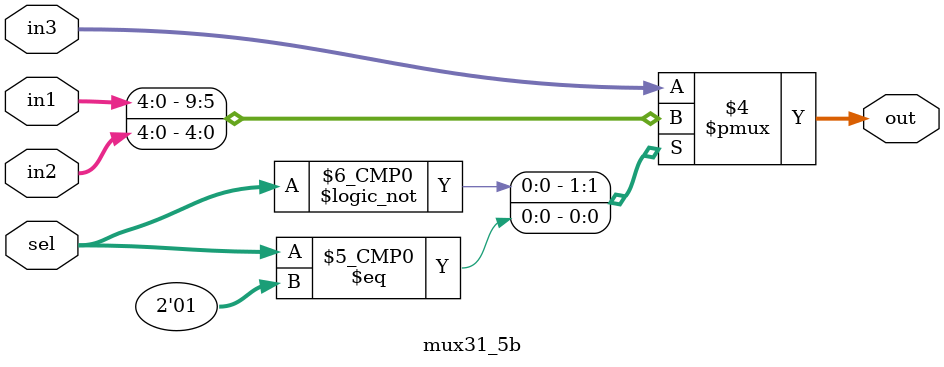
<source format=v>
`timescale 1ns / 1ps

/*
/////////////////////////////////////////////
//// COA LAB Assignment 6                ////
//// Group Number 23                     ////
//// Ashwani Kumar Kamal (20CS10011)     ////
//// Astitva (20CS30007)                 ////
/////////////////////////////////////////////
*/

// A 3x1 mux with 5-bit output

module mux31_5b (
    input [4:0] in1, 
    input [4:0] in2, 
    input [4:0] in3, 
    input [1:0] sel, 
    output reg [4:0] out
);

    always @(*) begin
        case (sel)
            2'b00 : out = in1;
            2'b01 : out = in2;
            2'b10 : out = in3;
            default : out = in3;
        endcase
    end
    
endmodule
</source>
